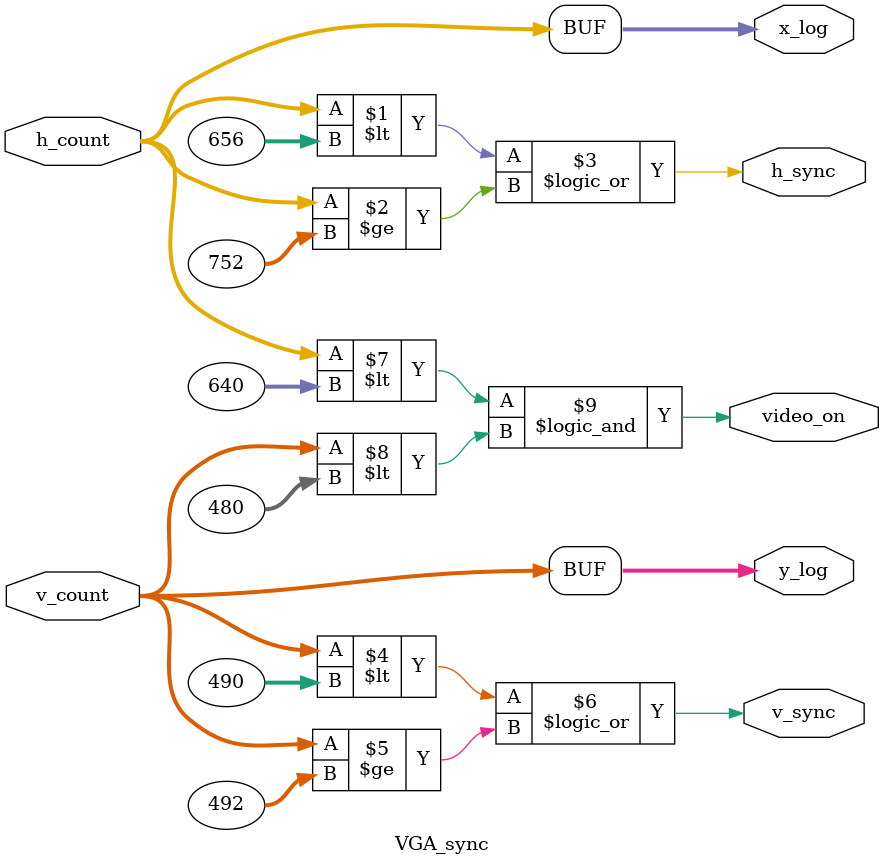
<source format=v>
`timescale 1ns / 1ps
module VGA_sync (h_count,v_count,h_sync,v_sync,video_on,x_log,y_log);
  input [9:0] h_count,v_count;
  output video_on;
  output h_sync,v_sync;
  output [9:0] x_log;
  output [9:0] y_log; 
  //horizontal
  localparam HD = 640; //Horizontal Display area
  localparam HF = 16; //Horizontal Front porch
  localparam HB = 48; //Horizontal Back porch
  localparam HR = 96; //Horizontal Retrace
  //vertical
  localparam VD = 480; //Vertical Display area
  localparam VF = 10; //Vertical Front porch
  localparam VB = 33; //Vertical Back porch
  localparam VR = 2; //Vertical Retrace
  
//This line generates the vertical sync signal.The signal is low (active) during the vertical retrace period.
  assign h_sync = (h_count < (HD + HF)) || (h_count>= (HD+HF+HR)); 
  
//This line generates the vertical sync signal. The signal is low (active) during the vertical retrace period.
  assign v_sync = (v_count < (VD + VF)) || (v_count>= (VD+VF+VR));
  
 //This signal is high when the counters are within the visible display area, defined by the horizontal display (HD) and vertical display (VD) dimensions.     
  assign video_on = (h_count < HD) && (v_count < VD);
  
 //These assign the current horizontal and vertical counter values to the logical x and y coordinates, respectively.
  assign x_log = h_count;
  assign y_log = v_count;
endmodule

</source>
